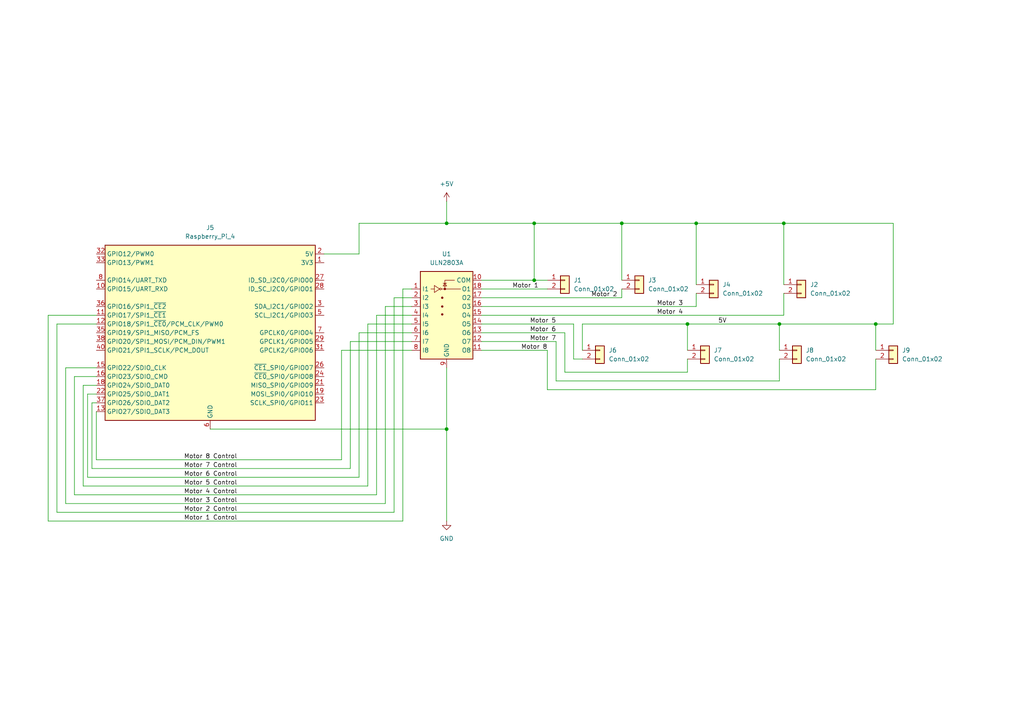
<source format=kicad_sch>
(kicad_sch
	(version 20250114)
	(generator "eeschema")
	(generator_version "9.0")
	(uuid "7c26a6d4-f2df-4645-8784-2acbb85355a5")
	(paper "A4")
	(lib_symbols
		(symbol "Connector:Raspberry_Pi_4"
			(exclude_from_sim no)
			(in_bom yes)
			(on_board yes)
			(property "Reference" "J"
				(at -17.526 48.768 0)
				(effects
					(font
						(size 1.27 1.27)
					)
					(justify left bottom)
				)
			)
			(property "Value" "Raspberry_Pi_4"
				(at 15.748 -26.416 0)
				(effects
					(font
						(size 1.27 1.27)
					)
					(justify left top)
				)
			)
			(property "Footprint" ""
				(at 70.104 -47.498 0)
				(effects
					(font
						(size 1.27 1.27)
					)
					(justify left)
					(hide yes)
				)
			)
			(property "Datasheet" "https://datasheets.raspberrypi.com/rpi4/raspberry-pi-4-datasheet.pdf"
				(at 15.748 -32.258 0)
				(effects
					(font
						(size 1.27 1.27)
					)
					(justify left)
					(hide yes)
				)
			)
			(property "Description" "Raspberry Pi 4 Model B"
				(at 15.748 -29.718 0)
				(effects
					(font
						(size 1.27 1.27)
					)
					(justify left)
					(hide yes)
				)
			)
			(property "ki_keywords" "SBC RPi"
				(at 0 0 0)
				(effects
					(font
						(size 1.27 1.27)
					)
					(hide yes)
				)
			)
			(property "ki_fp_filters" "PinHeader*2x20*P2.54mm*Vertical* PinSocket*2x20*P2.54mm*Vertical*"
				(at 0 0 0)
				(effects
					(font
						(size 1.27 1.27)
					)
					(hide yes)
				)
			)
			(symbol "Raspberry_Pi_4_0_1"
				(rectangle
					(start -30.48 25.4)
					(end 30.48 -25.4)
					(stroke
						(width 0.254)
						(type default)
					)
					(fill
						(type background)
					)
				)
			)
			(symbol "Raspberry_Pi_4_1_1"
				(pin bidirectional line
					(at -33.02 22.86 0)
					(length 2.54)
					(name "GPIO12/PWM0"
						(effects
							(font
								(size 1.27 1.27)
							)
						)
					)
					(number "32"
						(effects
							(font
								(size 1.27 1.27)
							)
						)
					)
				)
				(pin bidirectional line
					(at -33.02 20.32 0)
					(length 2.54)
					(name "GPIO13/PWM1"
						(effects
							(font
								(size 1.27 1.27)
							)
						)
					)
					(number "33"
						(effects
							(font
								(size 1.27 1.27)
							)
						)
					)
				)
				(pin bidirectional line
					(at -33.02 15.24 0)
					(length 2.54)
					(name "GPIO14/UART_TXD"
						(effects
							(font
								(size 1.27 1.27)
							)
						)
					)
					(number "8"
						(effects
							(font
								(size 1.27 1.27)
							)
						)
					)
				)
				(pin bidirectional line
					(at -33.02 12.7 0)
					(length 2.54)
					(name "GPIO15/UART_RXD"
						(effects
							(font
								(size 1.27 1.27)
							)
						)
					)
					(number "10"
						(effects
							(font
								(size 1.27 1.27)
							)
						)
					)
				)
				(pin bidirectional line
					(at -33.02 7.62 0)
					(length 2.54)
					(name "GPIO16/SPI1_~{CE2}"
						(effects
							(font
								(size 1.27 1.27)
							)
						)
					)
					(number "36"
						(effects
							(font
								(size 1.27 1.27)
							)
						)
					)
				)
				(pin bidirectional line
					(at -33.02 5.08 0)
					(length 2.54)
					(name "GPIO17/SPI1_~{CE1}"
						(effects
							(font
								(size 1.27 1.27)
							)
						)
					)
					(number "11"
						(effects
							(font
								(size 1.27 1.27)
							)
						)
					)
				)
				(pin bidirectional line
					(at -33.02 2.54 0)
					(length 2.54)
					(name "GPIO18/SPI1_~{CE0}/PCM_CLK/PWM0"
						(effects
							(font
								(size 1.27 1.27)
							)
						)
					)
					(number "12"
						(effects
							(font
								(size 1.27 1.27)
							)
						)
					)
				)
				(pin bidirectional line
					(at -33.02 0 0)
					(length 2.54)
					(name "GPIO19/SPI1_MISO/PCM_FS"
						(effects
							(font
								(size 1.27 1.27)
							)
						)
					)
					(number "35"
						(effects
							(font
								(size 1.27 1.27)
							)
						)
					)
				)
				(pin bidirectional line
					(at -33.02 -2.54 0)
					(length 2.54)
					(name "GPIO20/SPI1_MOSI/PCM_DIN/PWM1"
						(effects
							(font
								(size 1.27 1.27)
							)
						)
					)
					(number "38"
						(effects
							(font
								(size 1.27 1.27)
							)
						)
					)
				)
				(pin bidirectional line
					(at -33.02 -5.08 0)
					(length 2.54)
					(name "GPIO21/SPI1_SCLK/PCM_DOUT"
						(effects
							(font
								(size 1.27 1.27)
							)
						)
					)
					(number "40"
						(effects
							(font
								(size 1.27 1.27)
							)
						)
					)
				)
				(pin bidirectional line
					(at -33.02 -10.16 0)
					(length 2.54)
					(name "GPIO22/SDIO_CLK"
						(effects
							(font
								(size 1.27 1.27)
							)
						)
					)
					(number "15"
						(effects
							(font
								(size 1.27 1.27)
							)
						)
					)
				)
				(pin bidirectional line
					(at -33.02 -12.7 0)
					(length 2.54)
					(name "GPIO23/SDIO_CMD"
						(effects
							(font
								(size 1.27 1.27)
							)
						)
					)
					(number "16"
						(effects
							(font
								(size 1.27 1.27)
							)
						)
					)
				)
				(pin bidirectional line
					(at -33.02 -15.24 0)
					(length 2.54)
					(name "GPIO24/SDIO_DAT0"
						(effects
							(font
								(size 1.27 1.27)
							)
						)
					)
					(number "18"
						(effects
							(font
								(size 1.27 1.27)
							)
						)
					)
				)
				(pin bidirectional line
					(at -33.02 -17.78 0)
					(length 2.54)
					(name "GPIO25/SDIO_DAT1"
						(effects
							(font
								(size 1.27 1.27)
							)
						)
					)
					(number "22"
						(effects
							(font
								(size 1.27 1.27)
							)
						)
					)
				)
				(pin bidirectional line
					(at -33.02 -20.32 0)
					(length 2.54)
					(name "GPIO26/SDIO_DAT2"
						(effects
							(font
								(size 1.27 1.27)
							)
						)
					)
					(number "37"
						(effects
							(font
								(size 1.27 1.27)
							)
						)
					)
				)
				(pin bidirectional line
					(at -33.02 -22.86 0)
					(length 2.54)
					(name "GPIO27/SDIO_DAT3"
						(effects
							(font
								(size 1.27 1.27)
							)
						)
					)
					(number "13"
						(effects
							(font
								(size 1.27 1.27)
							)
						)
					)
				)
				(pin passive line
					(at 0 -27.94 90)
					(length 2.54)
					(hide yes)
					(name "GND"
						(effects
							(font
								(size 1.27 1.27)
							)
						)
					)
					(number "14"
						(effects
							(font
								(size 1.27 1.27)
							)
						)
					)
				)
				(pin passive line
					(at 0 -27.94 90)
					(length 2.54)
					(hide yes)
					(name "GND"
						(effects
							(font
								(size 1.27 1.27)
							)
						)
					)
					(number "20"
						(effects
							(font
								(size 1.27 1.27)
							)
						)
					)
				)
				(pin passive line
					(at 0 -27.94 90)
					(length 2.54)
					(hide yes)
					(name "GND"
						(effects
							(font
								(size 1.27 1.27)
							)
						)
					)
					(number "25"
						(effects
							(font
								(size 1.27 1.27)
							)
						)
					)
				)
				(pin passive line
					(at 0 -27.94 90)
					(length 2.54)
					(hide yes)
					(name "GND"
						(effects
							(font
								(size 1.27 1.27)
							)
						)
					)
					(number "30"
						(effects
							(font
								(size 1.27 1.27)
							)
						)
					)
				)
				(pin passive line
					(at 0 -27.94 90)
					(length 2.54)
					(hide yes)
					(name "GND"
						(effects
							(font
								(size 1.27 1.27)
							)
						)
					)
					(number "34"
						(effects
							(font
								(size 1.27 1.27)
							)
						)
					)
				)
				(pin passive line
					(at 0 -27.94 90)
					(length 2.54)
					(hide yes)
					(name "GND"
						(effects
							(font
								(size 1.27 1.27)
							)
						)
					)
					(number "39"
						(effects
							(font
								(size 1.27 1.27)
							)
						)
					)
				)
				(pin power_out line
					(at 0 -27.94 90)
					(length 2.54)
					(name "GND"
						(effects
							(font
								(size 1.27 1.27)
							)
						)
					)
					(number "6"
						(effects
							(font
								(size 1.27 1.27)
							)
						)
					)
				)
				(pin passive line
					(at 0 -27.94 90)
					(length 2.54)
					(hide yes)
					(name "GND"
						(effects
							(font
								(size 1.27 1.27)
							)
						)
					)
					(number "9"
						(effects
							(font
								(size 1.27 1.27)
							)
						)
					)
				)
				(pin power_out line
					(at 33.02 22.86 180)
					(length 2.54)
					(name "5V"
						(effects
							(font
								(size 1.27 1.27)
							)
						)
					)
					(number "2"
						(effects
							(font
								(size 1.27 1.27)
							)
						)
					)
				)
				(pin passive line
					(at 33.02 22.86 180)
					(length 2.54)
					(hide yes)
					(name "5V"
						(effects
							(font
								(size 1.27 1.27)
							)
						)
					)
					(number "4"
						(effects
							(font
								(size 1.27 1.27)
							)
						)
					)
				)
				(pin power_out line
					(at 33.02 20.32 180)
					(length 2.54)
					(name "3V3"
						(effects
							(font
								(size 1.27 1.27)
							)
						)
					)
					(number "1"
						(effects
							(font
								(size 1.27 1.27)
							)
						)
					)
				)
				(pin passive line
					(at 33.02 20.32 180)
					(length 2.54)
					(hide yes)
					(name "3V3"
						(effects
							(font
								(size 1.27 1.27)
							)
						)
					)
					(number "17"
						(effects
							(font
								(size 1.27 1.27)
							)
						)
					)
				)
				(pin bidirectional line
					(at 33.02 15.24 180)
					(length 2.54)
					(name "ID_SD_I2C0/GPIO00"
						(effects
							(font
								(size 1.27 1.27)
							)
						)
					)
					(number "27"
						(effects
							(font
								(size 1.27 1.27)
							)
						)
					)
				)
				(pin bidirectional line
					(at 33.02 12.7 180)
					(length 2.54)
					(name "ID_SC_I2C0/GPIO01"
						(effects
							(font
								(size 1.27 1.27)
							)
						)
					)
					(number "28"
						(effects
							(font
								(size 1.27 1.27)
							)
						)
					)
				)
				(pin bidirectional line
					(at 33.02 7.62 180)
					(length 2.54)
					(name "SDA_I2C1/GPIO02"
						(effects
							(font
								(size 1.27 1.27)
							)
						)
					)
					(number "3"
						(effects
							(font
								(size 1.27 1.27)
							)
						)
					)
				)
				(pin bidirectional line
					(at 33.02 5.08 180)
					(length 2.54)
					(name "SCL_I2C1/GPIO03"
						(effects
							(font
								(size 1.27 1.27)
							)
						)
					)
					(number "5"
						(effects
							(font
								(size 1.27 1.27)
							)
						)
					)
				)
				(pin bidirectional line
					(at 33.02 0 180)
					(length 2.54)
					(name "GPCLK0/GPIO04"
						(effects
							(font
								(size 1.27 1.27)
							)
						)
					)
					(number "7"
						(effects
							(font
								(size 1.27 1.27)
							)
						)
					)
				)
				(pin bidirectional line
					(at 33.02 -2.54 180)
					(length 2.54)
					(name "GPCLK1/GPIO05"
						(effects
							(font
								(size 1.27 1.27)
							)
						)
					)
					(number "29"
						(effects
							(font
								(size 1.27 1.27)
							)
						)
					)
				)
				(pin bidirectional line
					(at 33.02 -5.08 180)
					(length 2.54)
					(name "GPCLK2/GPIO06"
						(effects
							(font
								(size 1.27 1.27)
							)
						)
					)
					(number "31"
						(effects
							(font
								(size 1.27 1.27)
							)
						)
					)
				)
				(pin bidirectional line
					(at 33.02 -10.16 180)
					(length 2.54)
					(name "~{CE1}_SPI0/GPIO07"
						(effects
							(font
								(size 1.27 1.27)
							)
						)
					)
					(number "26"
						(effects
							(font
								(size 1.27 1.27)
							)
						)
					)
				)
				(pin bidirectional line
					(at 33.02 -12.7 180)
					(length 2.54)
					(name "~{CE0}_SPI0/GPIO08"
						(effects
							(font
								(size 1.27 1.27)
							)
						)
					)
					(number "24"
						(effects
							(font
								(size 1.27 1.27)
							)
						)
					)
				)
				(pin bidirectional line
					(at 33.02 -15.24 180)
					(length 2.54)
					(name "MISO_SPI0/GPIO09"
						(effects
							(font
								(size 1.27 1.27)
							)
						)
					)
					(number "21"
						(effects
							(font
								(size 1.27 1.27)
							)
						)
					)
				)
				(pin bidirectional line
					(at 33.02 -17.78 180)
					(length 2.54)
					(name "MOSI_SPI0/GPIO10"
						(effects
							(font
								(size 1.27 1.27)
							)
						)
					)
					(number "19"
						(effects
							(font
								(size 1.27 1.27)
							)
						)
					)
				)
				(pin bidirectional line
					(at 33.02 -20.32 180)
					(length 2.54)
					(name "SCLK_SPI0/GPIO11"
						(effects
							(font
								(size 1.27 1.27)
							)
						)
					)
					(number "23"
						(effects
							(font
								(size 1.27 1.27)
							)
						)
					)
				)
			)
			(embedded_fonts no)
		)
		(symbol "Connector_Generic:Conn_01x02"
			(pin_names
				(offset 1.016)
				(hide yes)
			)
			(exclude_from_sim no)
			(in_bom yes)
			(on_board yes)
			(property "Reference" "J"
				(at 0 2.54 0)
				(effects
					(font
						(size 1.27 1.27)
					)
				)
			)
			(property "Value" "Conn_01x02"
				(at 0 -5.08 0)
				(effects
					(font
						(size 1.27 1.27)
					)
				)
			)
			(property "Footprint" ""
				(at 0 0 0)
				(effects
					(font
						(size 1.27 1.27)
					)
					(hide yes)
				)
			)
			(property "Datasheet" "~"
				(at 0 0 0)
				(effects
					(font
						(size 1.27 1.27)
					)
					(hide yes)
				)
			)
			(property "Description" "Generic connector, single row, 01x02, script generated (kicad-library-utils/schlib/autogen/connector/)"
				(at 0 0 0)
				(effects
					(font
						(size 1.27 1.27)
					)
					(hide yes)
				)
			)
			(property "ki_keywords" "connector"
				(at 0 0 0)
				(effects
					(font
						(size 1.27 1.27)
					)
					(hide yes)
				)
			)
			(property "ki_fp_filters" "Connector*:*_1x??_*"
				(at 0 0 0)
				(effects
					(font
						(size 1.27 1.27)
					)
					(hide yes)
				)
			)
			(symbol "Conn_01x02_1_1"
				(rectangle
					(start -1.27 1.27)
					(end 1.27 -3.81)
					(stroke
						(width 0.254)
						(type default)
					)
					(fill
						(type background)
					)
				)
				(rectangle
					(start -1.27 0.127)
					(end 0 -0.127)
					(stroke
						(width 0.1524)
						(type default)
					)
					(fill
						(type none)
					)
				)
				(rectangle
					(start -1.27 -2.413)
					(end 0 -2.667)
					(stroke
						(width 0.1524)
						(type default)
					)
					(fill
						(type none)
					)
				)
				(pin passive line
					(at -5.08 0 0)
					(length 3.81)
					(name "Pin_1"
						(effects
							(font
								(size 1.27 1.27)
							)
						)
					)
					(number "1"
						(effects
							(font
								(size 1.27 1.27)
							)
						)
					)
				)
				(pin passive line
					(at -5.08 -2.54 0)
					(length 3.81)
					(name "Pin_2"
						(effects
							(font
								(size 1.27 1.27)
							)
						)
					)
					(number "2"
						(effects
							(font
								(size 1.27 1.27)
							)
						)
					)
				)
			)
			(embedded_fonts no)
		)
		(symbol "Transistor_Array:ULN2803A"
			(exclude_from_sim no)
			(in_bom yes)
			(on_board yes)
			(property "Reference" "U"
				(at 0 13.335 0)
				(effects
					(font
						(size 1.27 1.27)
					)
				)
			)
			(property "Value" "ULN2803A"
				(at 0 11.43 0)
				(effects
					(font
						(size 1.27 1.27)
					)
				)
			)
			(property "Footprint" ""
				(at 1.27 -16.51 0)
				(effects
					(font
						(size 1.27 1.27)
					)
					(justify left)
					(hide yes)
				)
			)
			(property "Datasheet" "http://www.ti.com/lit/ds/symlink/uln2803a.pdf"
				(at 2.54 -5.08 0)
				(effects
					(font
						(size 1.27 1.27)
					)
					(hide yes)
				)
			)
			(property "Description" "Darlington Transistor Arrays, SOIC18/DIP18"
				(at 0 0 0)
				(effects
					(font
						(size 1.27 1.27)
					)
					(hide yes)
				)
			)
			(property "ki_keywords" "Darlington transistor array"
				(at 0 0 0)
				(effects
					(font
						(size 1.27 1.27)
					)
					(hide yes)
				)
			)
			(property "ki_fp_filters" "DIP*W7.62mm* SOIC*7.5x11.6mm*P1.27mm*"
				(at 0 0 0)
				(effects
					(font
						(size 1.27 1.27)
					)
					(hide yes)
				)
			)
			(symbol "ULN2803A_0_1"
				(rectangle
					(start -7.62 -15.24)
					(end 7.62 10.16)
					(stroke
						(width 0.254)
						(type default)
					)
					(fill
						(type background)
					)
				)
				(polyline
					(pts
						(xy -4.572 5.08) (xy -3.556 5.08)
					)
					(stroke
						(width 0)
						(type default)
					)
					(fill
						(type none)
					)
				)
				(polyline
					(pts
						(xy -3.556 6.096) (xy -3.556 4.064) (xy -2.032 5.08) (xy -3.556 6.096)
					)
					(stroke
						(width 0)
						(type default)
					)
					(fill
						(type none)
					)
				)
				(circle
					(center -1.778 5.08)
					(radius 0.254)
					(stroke
						(width 0)
						(type default)
					)
					(fill
						(type none)
					)
				)
				(polyline
					(pts
						(xy -1.524 5.08) (xy 4.064 5.08)
					)
					(stroke
						(width 0)
						(type default)
					)
					(fill
						(type none)
					)
				)
				(circle
					(center -1.27 2.54)
					(radius 0.254)
					(stroke
						(width 0)
						(type default)
					)
					(fill
						(type outline)
					)
				)
				(circle
					(center -1.27 0)
					(radius 0.254)
					(stroke
						(width 0)
						(type default)
					)
					(fill
						(type outline)
					)
				)
				(circle
					(center -1.27 -2.286)
					(radius 0.254)
					(stroke
						(width 0)
						(type default)
					)
					(fill
						(type outline)
					)
				)
				(circle
					(center -0.508 5.08)
					(radius 0.254)
					(stroke
						(width 0)
						(type default)
					)
					(fill
						(type outline)
					)
				)
				(polyline
					(pts
						(xy -0.508 5.08) (xy -0.508 7.62) (xy 2.286 7.62)
					)
					(stroke
						(width 0)
						(type default)
					)
					(fill
						(type none)
					)
				)
				(polyline
					(pts
						(xy 0 6.731) (xy -1.016 6.731)
					)
					(stroke
						(width 0)
						(type default)
					)
					(fill
						(type none)
					)
				)
				(polyline
					(pts
						(xy 0 5.969) (xy -1.016 5.969) (xy -0.508 6.731) (xy 0 5.969)
					)
					(stroke
						(width 0)
						(type default)
					)
					(fill
						(type none)
					)
				)
			)
			(symbol "ULN2803A_1_1"
				(pin input line
					(at -10.16 5.08 0)
					(length 2.54)
					(name "I1"
						(effects
							(font
								(size 1.27 1.27)
							)
						)
					)
					(number "1"
						(effects
							(font
								(size 1.27 1.27)
							)
						)
					)
				)
				(pin input line
					(at -10.16 2.54 0)
					(length 2.54)
					(name "I2"
						(effects
							(font
								(size 1.27 1.27)
							)
						)
					)
					(number "2"
						(effects
							(font
								(size 1.27 1.27)
							)
						)
					)
				)
				(pin input line
					(at -10.16 0 0)
					(length 2.54)
					(name "I3"
						(effects
							(font
								(size 1.27 1.27)
							)
						)
					)
					(number "3"
						(effects
							(font
								(size 1.27 1.27)
							)
						)
					)
				)
				(pin input line
					(at -10.16 -2.54 0)
					(length 2.54)
					(name "I4"
						(effects
							(font
								(size 1.27 1.27)
							)
						)
					)
					(number "4"
						(effects
							(font
								(size 1.27 1.27)
							)
						)
					)
				)
				(pin input line
					(at -10.16 -5.08 0)
					(length 2.54)
					(name "I5"
						(effects
							(font
								(size 1.27 1.27)
							)
						)
					)
					(number "5"
						(effects
							(font
								(size 1.27 1.27)
							)
						)
					)
				)
				(pin input line
					(at -10.16 -7.62 0)
					(length 2.54)
					(name "I6"
						(effects
							(font
								(size 1.27 1.27)
							)
						)
					)
					(number "6"
						(effects
							(font
								(size 1.27 1.27)
							)
						)
					)
				)
				(pin input line
					(at -10.16 -10.16 0)
					(length 2.54)
					(name "I7"
						(effects
							(font
								(size 1.27 1.27)
							)
						)
					)
					(number "7"
						(effects
							(font
								(size 1.27 1.27)
							)
						)
					)
				)
				(pin input line
					(at -10.16 -12.7 0)
					(length 2.54)
					(name "I8"
						(effects
							(font
								(size 1.27 1.27)
							)
						)
					)
					(number "8"
						(effects
							(font
								(size 1.27 1.27)
							)
						)
					)
				)
				(pin power_in line
					(at 0 -17.78 90)
					(length 2.54)
					(name "GND"
						(effects
							(font
								(size 1.27 1.27)
							)
						)
					)
					(number "9"
						(effects
							(font
								(size 1.27 1.27)
							)
						)
					)
				)
				(pin passive line
					(at 10.16 7.62 180)
					(length 2.54)
					(name "COM"
						(effects
							(font
								(size 1.27 1.27)
							)
						)
					)
					(number "10"
						(effects
							(font
								(size 1.27 1.27)
							)
						)
					)
				)
				(pin open_collector line
					(at 10.16 5.08 180)
					(length 2.54)
					(name "O1"
						(effects
							(font
								(size 1.27 1.27)
							)
						)
					)
					(number "18"
						(effects
							(font
								(size 1.27 1.27)
							)
						)
					)
				)
				(pin open_collector line
					(at 10.16 2.54 180)
					(length 2.54)
					(name "O2"
						(effects
							(font
								(size 1.27 1.27)
							)
						)
					)
					(number "17"
						(effects
							(font
								(size 1.27 1.27)
							)
						)
					)
				)
				(pin open_collector line
					(at 10.16 0 180)
					(length 2.54)
					(name "O3"
						(effects
							(font
								(size 1.27 1.27)
							)
						)
					)
					(number "16"
						(effects
							(font
								(size 1.27 1.27)
							)
						)
					)
				)
				(pin open_collector line
					(at 10.16 -2.54 180)
					(length 2.54)
					(name "O4"
						(effects
							(font
								(size 1.27 1.27)
							)
						)
					)
					(number "15"
						(effects
							(font
								(size 1.27 1.27)
							)
						)
					)
				)
				(pin open_collector line
					(at 10.16 -5.08 180)
					(length 2.54)
					(name "O5"
						(effects
							(font
								(size 1.27 1.27)
							)
						)
					)
					(number "14"
						(effects
							(font
								(size 1.27 1.27)
							)
						)
					)
				)
				(pin open_collector line
					(at 10.16 -7.62 180)
					(length 2.54)
					(name "O6"
						(effects
							(font
								(size 1.27 1.27)
							)
						)
					)
					(number "13"
						(effects
							(font
								(size 1.27 1.27)
							)
						)
					)
				)
				(pin open_collector line
					(at 10.16 -10.16 180)
					(length 2.54)
					(name "O7"
						(effects
							(font
								(size 1.27 1.27)
							)
						)
					)
					(number "12"
						(effects
							(font
								(size 1.27 1.27)
							)
						)
					)
				)
				(pin open_collector line
					(at 10.16 -12.7 180)
					(length 2.54)
					(name "O8"
						(effects
							(font
								(size 1.27 1.27)
							)
						)
					)
					(number "11"
						(effects
							(font
								(size 1.27 1.27)
							)
						)
					)
				)
			)
			(embedded_fonts no)
		)
		(symbol "power:+5V"
			(power)
			(pin_numbers
				(hide yes)
			)
			(pin_names
				(offset 0)
				(hide yes)
			)
			(exclude_from_sim no)
			(in_bom yes)
			(on_board yes)
			(property "Reference" "#PWR"
				(at 0 -3.81 0)
				(effects
					(font
						(size 1.27 1.27)
					)
					(hide yes)
				)
			)
			(property "Value" "+5V"
				(at 0 3.556 0)
				(effects
					(font
						(size 1.27 1.27)
					)
				)
			)
			(property "Footprint" ""
				(at 0 0 0)
				(effects
					(font
						(size 1.27 1.27)
					)
					(hide yes)
				)
			)
			(property "Datasheet" ""
				(at 0 0 0)
				(effects
					(font
						(size 1.27 1.27)
					)
					(hide yes)
				)
			)
			(property "Description" "Power symbol creates a global label with name \"+5V\""
				(at 0 0 0)
				(effects
					(font
						(size 1.27 1.27)
					)
					(hide yes)
				)
			)
			(property "ki_keywords" "global power"
				(at 0 0 0)
				(effects
					(font
						(size 1.27 1.27)
					)
					(hide yes)
				)
			)
			(symbol "+5V_0_1"
				(polyline
					(pts
						(xy -0.762 1.27) (xy 0 2.54)
					)
					(stroke
						(width 0)
						(type default)
					)
					(fill
						(type none)
					)
				)
				(polyline
					(pts
						(xy 0 2.54) (xy 0.762 1.27)
					)
					(stroke
						(width 0)
						(type default)
					)
					(fill
						(type none)
					)
				)
				(polyline
					(pts
						(xy 0 0) (xy 0 2.54)
					)
					(stroke
						(width 0)
						(type default)
					)
					(fill
						(type none)
					)
				)
			)
			(symbol "+5V_1_1"
				(pin power_in line
					(at 0 0 90)
					(length 0)
					(name "~"
						(effects
							(font
								(size 1.27 1.27)
							)
						)
					)
					(number "1"
						(effects
							(font
								(size 1.27 1.27)
							)
						)
					)
				)
			)
			(embedded_fonts no)
		)
		(symbol "power:GND"
			(power)
			(pin_numbers
				(hide yes)
			)
			(pin_names
				(offset 0)
				(hide yes)
			)
			(exclude_from_sim no)
			(in_bom yes)
			(on_board yes)
			(property "Reference" "#PWR"
				(at 0 -6.35 0)
				(effects
					(font
						(size 1.27 1.27)
					)
					(hide yes)
				)
			)
			(property "Value" "GND"
				(at 0 -3.81 0)
				(effects
					(font
						(size 1.27 1.27)
					)
				)
			)
			(property "Footprint" ""
				(at 0 0 0)
				(effects
					(font
						(size 1.27 1.27)
					)
					(hide yes)
				)
			)
			(property "Datasheet" ""
				(at 0 0 0)
				(effects
					(font
						(size 1.27 1.27)
					)
					(hide yes)
				)
			)
			(property "Description" "Power symbol creates a global label with name \"GND\" , ground"
				(at 0 0 0)
				(effects
					(font
						(size 1.27 1.27)
					)
					(hide yes)
				)
			)
			(property "ki_keywords" "global power"
				(at 0 0 0)
				(effects
					(font
						(size 1.27 1.27)
					)
					(hide yes)
				)
			)
			(symbol "GND_0_1"
				(polyline
					(pts
						(xy 0 0) (xy 0 -1.27) (xy 1.27 -1.27) (xy 0 -2.54) (xy -1.27 -1.27) (xy 0 -1.27)
					)
					(stroke
						(width 0)
						(type default)
					)
					(fill
						(type none)
					)
				)
			)
			(symbol "GND_1_1"
				(pin power_in line
					(at 0 0 270)
					(length 0)
					(name "~"
						(effects
							(font
								(size 1.27 1.27)
							)
						)
					)
					(number "1"
						(effects
							(font
								(size 1.27 1.27)
							)
						)
					)
				)
			)
			(embedded_fonts no)
		)
	)
	(junction
		(at 254 93.98)
		(diameter 0)
		(color 0 0 0 0)
		(uuid "129712ec-3b78-4be2-8714-ada5dd368717")
	)
	(junction
		(at 226.06 93.98)
		(diameter 0)
		(color 0 0 0 0)
		(uuid "20d2dae4-320b-4739-aae4-2a4951bc8774")
	)
	(junction
		(at 227.33 64.77)
		(diameter 0)
		(color 0 0 0 0)
		(uuid "239f14d8-9554-4fd9-9d88-b1513c45c2dd")
	)
	(junction
		(at 199.39 93.98)
		(diameter 0)
		(color 0 0 0 0)
		(uuid "4248c93b-48d9-4cfd-afd6-0784521e5937")
	)
	(junction
		(at 180.34 64.77)
		(diameter 0)
		(color 0 0 0 0)
		(uuid "7ce7abc2-4863-48bb-a9d4-c4c15421c8ae")
	)
	(junction
		(at 129.54 124.46)
		(diameter 0)
		(color 0 0 0 0)
		(uuid "c0fd0738-c2d0-45b9-8638-ab22b9ff6814")
	)
	(junction
		(at 201.93 64.77)
		(diameter 0)
		(color 0 0 0 0)
		(uuid "d679e879-a3bb-4383-900f-49664306e2b3")
	)
	(junction
		(at 154.94 64.77)
		(diameter 0)
		(color 0 0 0 0)
		(uuid "d7fb3f7a-dc96-4458-ab17-332ab2f7736e")
	)
	(junction
		(at 154.94 81.28)
		(diameter 0)
		(color 0 0 0 0)
		(uuid "dc3bb2fa-39c7-451e-b33f-61a2db22cdb0")
	)
	(junction
		(at 129.54 64.77)
		(diameter 0)
		(color 0 0 0 0)
		(uuid "f807eb40-dfd2-44a0-8e18-7f3e3801bb87")
	)
	(wire
		(pts
			(xy 13.97 151.13) (xy 116.84 151.13)
		)
		(stroke
			(width 0)
			(type default)
		)
		(uuid "00e8fa70-2187-475e-ac89-89091d1d6e4d")
	)
	(wire
		(pts
			(xy 166.37 104.14) (xy 168.91 104.14)
		)
		(stroke
			(width 0)
			(type default)
		)
		(uuid "0200ab8f-3fb4-417e-8360-e0fb810521b2")
	)
	(wire
		(pts
			(xy 139.7 91.44) (xy 227.33 91.44)
		)
		(stroke
			(width 0)
			(type default)
		)
		(uuid "034688f5-1b5b-4c1b-8acc-02802ef92519")
	)
	(wire
		(pts
			(xy 116.84 83.82) (xy 119.38 83.82)
		)
		(stroke
			(width 0)
			(type default)
		)
		(uuid "037d93e4-0a89-4bb2-bbda-2f92d8a41a6a")
	)
	(wire
		(pts
			(xy 166.37 93.98) (xy 166.37 104.14)
		)
		(stroke
			(width 0)
			(type default)
		)
		(uuid "069809a0-b2d5-4e9e-951a-b47ff02a9569")
	)
	(wire
		(pts
			(xy 259.08 93.98) (xy 254 93.98)
		)
		(stroke
			(width 0)
			(type default)
		)
		(uuid "0e176e43-d8ab-48e8-848f-3f580ca06f00")
	)
	(wire
		(pts
			(xy 13.97 91.44) (xy 13.97 151.13)
		)
		(stroke
			(width 0)
			(type default)
		)
		(uuid "1031a8a7-e69b-4cec-b834-65618af52e52")
	)
	(wire
		(pts
			(xy 201.93 88.9) (xy 139.7 88.9)
		)
		(stroke
			(width 0)
			(type default)
		)
		(uuid "122511d6-70f8-4a4e-999e-45a2d7308b78")
	)
	(wire
		(pts
			(xy 254 93.98) (xy 226.06 93.98)
		)
		(stroke
			(width 0)
			(type default)
		)
		(uuid "17bcce19-75e5-4273-8452-9614ad3f073c")
	)
	(wire
		(pts
			(xy 154.94 64.77) (xy 154.94 81.28)
		)
		(stroke
			(width 0)
			(type default)
		)
		(uuid "18a7c78c-047a-4200-bc17-622b1b8eaeda")
	)
	(wire
		(pts
			(xy 226.06 93.98) (xy 226.06 101.6)
		)
		(stroke
			(width 0)
			(type default)
		)
		(uuid "1937391a-d86a-47ba-83da-036d98af688a")
	)
	(wire
		(pts
			(xy 180.34 64.77) (xy 201.93 64.77)
		)
		(stroke
			(width 0)
			(type default)
		)
		(uuid "19549363-12fa-4211-8ab4-e9f60a210b02")
	)
	(wire
		(pts
			(xy 199.39 93.98) (xy 168.91 93.98)
		)
		(stroke
			(width 0)
			(type default)
		)
		(uuid "1f68c5c3-5c8d-4f01-b1de-ea9b9599e8e7")
	)
	(wire
		(pts
			(xy 16.51 148.59) (xy 114.3 148.59)
		)
		(stroke
			(width 0)
			(type default)
		)
		(uuid "2126a8b9-45aa-4ea2-a4b9-1f61f264f6ac")
	)
	(wire
		(pts
			(xy 129.54 64.77) (xy 154.94 64.77)
		)
		(stroke
			(width 0)
			(type default)
		)
		(uuid "22ccd247-df9f-4bcc-b98a-ad7c916f5b91")
	)
	(wire
		(pts
			(xy 180.34 64.77) (xy 180.34 81.28)
		)
		(stroke
			(width 0)
			(type default)
		)
		(uuid "2694db56-627a-45fd-b1bb-202a34110735")
	)
	(wire
		(pts
			(xy 106.68 140.97) (xy 106.68 93.98)
		)
		(stroke
			(width 0)
			(type default)
		)
		(uuid "27bfb866-f3f6-414b-b08f-2dab95b8385f")
	)
	(wire
		(pts
			(xy 116.84 151.13) (xy 116.84 83.82)
		)
		(stroke
			(width 0)
			(type default)
		)
		(uuid "2907c707-7e09-40ec-a003-deb3ee8ec60b")
	)
	(wire
		(pts
			(xy 26.67 116.84) (xy 26.67 135.89)
		)
		(stroke
			(width 0)
			(type default)
		)
		(uuid "2989cb43-bce1-4d9c-99db-df20d2f5cc55")
	)
	(wire
		(pts
			(xy 139.7 86.36) (xy 180.34 86.36)
		)
		(stroke
			(width 0)
			(type default)
		)
		(uuid "2a87a91e-901d-4532-805f-82f1f0a84cb6")
	)
	(wire
		(pts
			(xy 201.93 64.77) (xy 227.33 64.77)
		)
		(stroke
			(width 0)
			(type default)
		)
		(uuid "2aa86a1c-6d75-4ca6-b53c-4d711d10690a")
	)
	(wire
		(pts
			(xy 27.94 91.44) (xy 13.97 91.44)
		)
		(stroke
			(width 0)
			(type default)
		)
		(uuid "2b761a76-7726-43bb-9b6a-a10aa86df757")
	)
	(wire
		(pts
			(xy 254 113.03) (xy 254 104.14)
		)
		(stroke
			(width 0)
			(type default)
		)
		(uuid "2c87c85a-e195-46a4-bae7-656cbabd34b7")
	)
	(wire
		(pts
			(xy 226.06 93.98) (xy 199.39 93.98)
		)
		(stroke
			(width 0)
			(type default)
		)
		(uuid "2f2b6a46-40f7-41f7-b89c-15a11e5a0917")
	)
	(wire
		(pts
			(xy 106.68 93.98) (xy 119.38 93.98)
		)
		(stroke
			(width 0)
			(type default)
		)
		(uuid "32c52a62-95aa-4b25-8877-7014a3053c98")
	)
	(wire
		(pts
			(xy 104.14 96.52) (xy 119.38 96.52)
		)
		(stroke
			(width 0)
			(type default)
		)
		(uuid "37360782-a2d0-434f-8da2-c107daac0e81")
	)
	(wire
		(pts
			(xy 27.94 116.84) (xy 26.67 116.84)
		)
		(stroke
			(width 0)
			(type default)
		)
		(uuid "3ac671e6-bf41-4c55-9b21-48e982dd25d6")
	)
	(wire
		(pts
			(xy 60.96 124.46) (xy 129.54 124.46)
		)
		(stroke
			(width 0)
			(type default)
		)
		(uuid "3fefd735-1b21-4b90-b86a-b24700e39f92")
	)
	(wire
		(pts
			(xy 111.76 88.9) (xy 119.38 88.9)
		)
		(stroke
			(width 0)
			(type default)
		)
		(uuid "4120a4e1-65a5-4bcb-945a-5ab5ff2a9d51")
	)
	(wire
		(pts
			(xy 201.93 85.09) (xy 201.93 88.9)
		)
		(stroke
			(width 0)
			(type default)
		)
		(uuid "43c2557e-1c9b-41af-8f2e-efc8205643ea")
	)
	(wire
		(pts
			(xy 259.08 64.77) (xy 259.08 93.98)
		)
		(stroke
			(width 0)
			(type default)
		)
		(uuid "45e62656-f77a-4e45-9849-9afb21ec3943")
	)
	(wire
		(pts
			(xy 139.7 83.82) (xy 158.75 83.82)
		)
		(stroke
			(width 0)
			(type default)
		)
		(uuid "47daedb0-cbc0-42ef-8df7-6618b941406d")
	)
	(wire
		(pts
			(xy 161.29 99.06) (xy 161.29 110.49)
		)
		(stroke
			(width 0)
			(type default)
		)
		(uuid "4d71dd98-b5c9-49b7-ae8f-34bc2c701510")
	)
	(wire
		(pts
			(xy 254 93.98) (xy 254 101.6)
		)
		(stroke
			(width 0)
			(type default)
		)
		(uuid "535bc9a5-4303-4a66-a4f1-e1b4d597bd04")
	)
	(wire
		(pts
			(xy 104.14 138.43) (xy 104.14 96.52)
		)
		(stroke
			(width 0)
			(type default)
		)
		(uuid "581bc9f6-ca82-44b8-8d53-12fe146e52b0")
	)
	(wire
		(pts
			(xy 24.13 140.97) (xy 106.68 140.97)
		)
		(stroke
			(width 0)
			(type default)
		)
		(uuid "59102a6b-3a95-4fab-8304-d9d187ae9c85")
	)
	(wire
		(pts
			(xy 99.06 101.6) (xy 119.38 101.6)
		)
		(stroke
			(width 0)
			(type default)
		)
		(uuid "5a8fed00-88b5-46e2-b655-e9314e0dc2ba")
	)
	(wire
		(pts
			(xy 27.94 119.38) (xy 27.94 133.35)
		)
		(stroke
			(width 0)
			(type default)
		)
		(uuid "5eacb362-919d-450c-9fd0-2d8edd76b28e")
	)
	(wire
		(pts
			(xy 226.06 110.49) (xy 226.06 104.14)
		)
		(stroke
			(width 0)
			(type default)
		)
		(uuid "5ed4a211-36d0-4a64-a91a-97bfcf5e5ee4")
	)
	(wire
		(pts
			(xy 154.94 64.77) (xy 180.34 64.77)
		)
		(stroke
			(width 0)
			(type default)
		)
		(uuid "5f83452b-8ada-44c1-8793-f403ea63c212")
	)
	(wire
		(pts
			(xy 139.7 99.06) (xy 161.29 99.06)
		)
		(stroke
			(width 0)
			(type default)
		)
		(uuid "601b094b-9ff0-4d9b-81d5-6e92ea34d935")
	)
	(wire
		(pts
			(xy 16.51 93.98) (xy 16.51 148.59)
		)
		(stroke
			(width 0)
			(type default)
		)
		(uuid "674b3d93-9a4d-4bd7-b3c2-acca711484f2")
	)
	(wire
		(pts
			(xy 109.22 91.44) (xy 119.38 91.44)
		)
		(stroke
			(width 0)
			(type default)
		)
		(uuid "69b2e979-b09b-416d-9522-c0c10840b547")
	)
	(wire
		(pts
			(xy 163.83 107.95) (xy 199.39 107.95)
		)
		(stroke
			(width 0)
			(type default)
		)
		(uuid "6b252e2b-954a-4ee6-83b3-16495c478edf")
	)
	(wire
		(pts
			(xy 26.67 135.89) (xy 101.6 135.89)
		)
		(stroke
			(width 0)
			(type default)
		)
		(uuid "6eb0ca63-5931-452c-a5fc-24a39e0a8dcc")
	)
	(wire
		(pts
			(xy 27.94 93.98) (xy 16.51 93.98)
		)
		(stroke
			(width 0)
			(type default)
		)
		(uuid "6fef7ecc-bed9-4261-91bb-6dfbbdf46ecd")
	)
	(wire
		(pts
			(xy 24.13 111.76) (xy 24.13 140.97)
		)
		(stroke
			(width 0)
			(type default)
		)
		(uuid "77ccd510-8533-4bb5-9e0d-555746bc5f8c")
	)
	(wire
		(pts
			(xy 19.05 106.68) (xy 27.94 106.68)
		)
		(stroke
			(width 0)
			(type default)
		)
		(uuid "7a9991be-dfaa-4ef7-bc3c-30bbf07c31e1")
	)
	(wire
		(pts
			(xy 129.54 106.68) (xy 129.54 124.46)
		)
		(stroke
			(width 0)
			(type default)
		)
		(uuid "7bf0eb84-4603-49c6-a2d6-b3edfd3c16ee")
	)
	(wire
		(pts
			(xy 168.91 93.98) (xy 168.91 101.6)
		)
		(stroke
			(width 0)
			(type default)
		)
		(uuid "7e4caebf-214e-46e2-b3e4-131ef927690b")
	)
	(wire
		(pts
			(xy 27.94 109.22) (xy 21.59 109.22)
		)
		(stroke
			(width 0)
			(type default)
		)
		(uuid "8119d279-a04a-4616-a061-f252950aa525")
	)
	(wire
		(pts
			(xy 180.34 83.82) (xy 180.34 86.36)
		)
		(stroke
			(width 0)
			(type default)
		)
		(uuid "8389c16e-b459-45c4-90ce-e1e6baad2ce7")
	)
	(wire
		(pts
			(xy 139.7 96.52) (xy 163.83 96.52)
		)
		(stroke
			(width 0)
			(type default)
		)
		(uuid "891e647f-e4ba-4b60-8daf-bf0ec5a86e04")
	)
	(wire
		(pts
			(xy 227.33 64.77) (xy 259.08 64.77)
		)
		(stroke
			(width 0)
			(type default)
		)
		(uuid "8ce01793-919d-4fa3-a021-1ef3b3f7bf16")
	)
	(wire
		(pts
			(xy 19.05 146.05) (xy 111.76 146.05)
		)
		(stroke
			(width 0)
			(type default)
		)
		(uuid "8d6eede6-3ef1-4783-9da2-bb6da6dd1711")
	)
	(wire
		(pts
			(xy 161.29 110.49) (xy 226.06 110.49)
		)
		(stroke
			(width 0)
			(type default)
		)
		(uuid "8e0e6c90-0515-4d03-876b-3a2edab48645")
	)
	(wire
		(pts
			(xy 199.39 104.14) (xy 199.39 107.95)
		)
		(stroke
			(width 0)
			(type default)
		)
		(uuid "8ff5da96-b15f-43f6-bb71-9c456712c66d")
	)
	(wire
		(pts
			(xy 27.94 133.35) (xy 99.06 133.35)
		)
		(stroke
			(width 0)
			(type default)
		)
		(uuid "93e46c44-f45c-475b-aa4d-f450512fb37b")
	)
	(wire
		(pts
			(xy 158.75 101.6) (xy 158.75 113.03)
		)
		(stroke
			(width 0)
			(type default)
		)
		(uuid "95abd208-766d-4a36-8aaa-3ad23bef56c4")
	)
	(wire
		(pts
			(xy 101.6 135.89) (xy 101.6 99.06)
		)
		(stroke
			(width 0)
			(type default)
		)
		(uuid "95cc2174-c512-46be-9928-b804f3af51ec")
	)
	(wire
		(pts
			(xy 21.59 109.22) (xy 21.59 143.51)
		)
		(stroke
			(width 0)
			(type default)
		)
		(uuid "9c0addbe-30ab-4c80-939a-fc192a4c73e0")
	)
	(wire
		(pts
			(xy 227.33 64.77) (xy 227.33 82.55)
		)
		(stroke
			(width 0)
			(type default)
		)
		(uuid "9ffcee66-691f-454b-86bd-1f552cf7aae3")
	)
	(wire
		(pts
			(xy 104.14 73.66) (xy 104.14 64.77)
		)
		(stroke
			(width 0)
			(type default)
		)
		(uuid "a1b7f281-8d34-426c-aca8-e7d8c75bdaab")
	)
	(wire
		(pts
			(xy 19.05 106.68) (xy 19.05 146.05)
		)
		(stroke
			(width 0)
			(type default)
		)
		(uuid "a6409cb0-99a8-4e05-a910-52dac7c63f41")
	)
	(wire
		(pts
			(xy 109.22 143.51) (xy 109.22 91.44)
		)
		(stroke
			(width 0)
			(type default)
		)
		(uuid "a6764752-016c-44c5-a21e-1b9b649d3ada")
	)
	(wire
		(pts
			(xy 129.54 124.46) (xy 129.54 151.13)
		)
		(stroke
			(width 0)
			(type default)
		)
		(uuid "a68f3141-d84a-49fb-b95f-05703479e795")
	)
	(wire
		(pts
			(xy 114.3 86.36) (xy 119.38 86.36)
		)
		(stroke
			(width 0)
			(type default)
		)
		(uuid "ac29148c-adae-48e6-9d8e-f394964f61de")
	)
	(wire
		(pts
			(xy 139.7 101.6) (xy 158.75 101.6)
		)
		(stroke
			(width 0)
			(type default)
		)
		(uuid "ac5d05df-09fc-47b6-b591-838d27312641")
	)
	(wire
		(pts
			(xy 201.93 64.77) (xy 201.93 82.55)
		)
		(stroke
			(width 0)
			(type default)
		)
		(uuid "b612e181-5c71-4a91-825d-02c30526b563")
	)
	(wire
		(pts
			(xy 163.83 96.52) (xy 163.83 107.95)
		)
		(stroke
			(width 0)
			(type default)
		)
		(uuid "bcf7091d-877c-4da3-bade-c2f10307768e")
	)
	(wire
		(pts
			(xy 227.33 91.44) (xy 227.33 85.09)
		)
		(stroke
			(width 0)
			(type default)
		)
		(uuid "bdc604f7-5cae-475f-84e4-bc956dce972b")
	)
	(wire
		(pts
			(xy 111.76 146.05) (xy 111.76 88.9)
		)
		(stroke
			(width 0)
			(type default)
		)
		(uuid "bfad479a-9c54-451e-b390-bb7072403e7e")
	)
	(wire
		(pts
			(xy 104.14 64.77) (xy 129.54 64.77)
		)
		(stroke
			(width 0)
			(type default)
		)
		(uuid "c0c4bc5b-3e9c-44b6-a019-821f7e718e31")
	)
	(wire
		(pts
			(xy 139.7 93.98) (xy 166.37 93.98)
		)
		(stroke
			(width 0)
			(type default)
		)
		(uuid "c317cf6c-a077-49f0-9094-50c88a1ea9b9")
	)
	(wire
		(pts
			(xy 25.4 114.3) (xy 25.4 138.43)
		)
		(stroke
			(width 0)
			(type default)
		)
		(uuid "c4e8e265-efb5-497a-8b7c-a87de6092257")
	)
	(wire
		(pts
			(xy 199.39 93.98) (xy 199.39 101.6)
		)
		(stroke
			(width 0)
			(type default)
		)
		(uuid "cb5dc732-8fcc-4c79-9457-20b654ac0db1")
	)
	(wire
		(pts
			(xy 27.94 114.3) (xy 25.4 114.3)
		)
		(stroke
			(width 0)
			(type default)
		)
		(uuid "d4c25f64-9fe7-4771-a433-e6e9a8e46721")
	)
	(wire
		(pts
			(xy 139.7 81.28) (xy 154.94 81.28)
		)
		(stroke
			(width 0)
			(type default)
		)
		(uuid "d67d3f32-700c-49b3-89e4-d7e505f7eea7")
	)
	(wire
		(pts
			(xy 158.75 113.03) (xy 254 113.03)
		)
		(stroke
			(width 0)
			(type default)
		)
		(uuid "dabfbd59-eb88-42ec-a691-733e9256fdd3")
	)
	(wire
		(pts
			(xy 21.59 143.51) (xy 109.22 143.51)
		)
		(stroke
			(width 0)
			(type default)
		)
		(uuid "f009ef6c-c725-4146-9bc8-ac0b11cfacbc")
	)
	(wire
		(pts
			(xy 154.94 81.28) (xy 158.75 81.28)
		)
		(stroke
			(width 0)
			(type default)
		)
		(uuid "f3bdfc1c-a099-453b-bd89-e925a218ba85")
	)
	(wire
		(pts
			(xy 101.6 99.06) (xy 119.38 99.06)
		)
		(stroke
			(width 0)
			(type default)
		)
		(uuid "f7c051aa-66a2-480c-ab53-c7a5c1eb722d")
	)
	(wire
		(pts
			(xy 25.4 138.43) (xy 104.14 138.43)
		)
		(stroke
			(width 0)
			(type default)
		)
		(uuid "f7de9ecd-f15d-4d1f-9d2c-0533b64227ce")
	)
	(wire
		(pts
			(xy 93.98 73.66) (xy 104.14 73.66)
		)
		(stroke
			(width 0)
			(type default)
		)
		(uuid "f812328b-15ae-4a0c-9f80-f9dccbada20b")
	)
	(wire
		(pts
			(xy 129.54 58.42) (xy 129.54 64.77)
		)
		(stroke
			(width 0)
			(type default)
		)
		(uuid "fb9a3fe5-3d58-4447-9291-a303bd6a9601")
	)
	(wire
		(pts
			(xy 114.3 148.59) (xy 114.3 86.36)
		)
		(stroke
			(width 0)
			(type default)
		)
		(uuid "fc01754a-3070-4770-b217-ed99ae7eb7f6")
	)
	(wire
		(pts
			(xy 27.94 111.76) (xy 24.13 111.76)
		)
		(stroke
			(width 0)
			(type default)
		)
		(uuid "fdef44f8-65fe-4aae-af42-d80321139650")
	)
	(wire
		(pts
			(xy 99.06 133.35) (xy 99.06 101.6)
		)
		(stroke
			(width 0)
			(type default)
		)
		(uuid "ff52be97-27f7-4f2d-8518-bb2edf0deab2")
	)
	(label "Motor 5 Control"
		(at 53.34 140.97 0)
		(effects
			(font
				(size 1.27 1.27)
			)
			(justify left bottom)
		)
		(uuid "054360a7-6c7c-4b2b-888d-33432bd220e8")
	)
	(label "Motor 4 Control"
		(at 53.34 143.51 0)
		(effects
			(font
				(size 1.27 1.27)
			)
			(justify left bottom)
		)
		(uuid "06344c85-bc85-4a23-93ca-7dbe49668033")
	)
	(label "Motor 2 Control"
		(at 53.34 148.59 0)
		(effects
			(font
				(size 1.27 1.27)
			)
			(justify left bottom)
		)
		(uuid "09374d1b-a1ec-409f-beb1-3186cbf6deef")
	)
	(label "Motor 6 Control"
		(at 53.34 138.43 0)
		(effects
			(font
				(size 1.27 1.27)
			)
			(justify left bottom)
		)
		(uuid "19032e8c-6ee4-492c-b300-43c9e4424848")
	)
	(label "Motor 8"
		(at 151.13 101.6 0)
		(effects
			(font
				(size 1.27 1.27)
			)
			(justify left bottom)
		)
		(uuid "3dd008dd-131e-4cd8-b82a-06e4b1caaee9")
	)
	(label "Motor 5"
		(at 153.67 93.98 0)
		(effects
			(font
				(size 1.27 1.27)
			)
			(justify left bottom)
		)
		(uuid "499ecf4b-0d4d-4405-9791-035848ad1aa8")
	)
	(label "Motor 7"
		(at 153.67 99.06 0)
		(effects
			(font
				(size 1.27 1.27)
			)
			(justify left bottom)
		)
		(uuid "6726fa38-209d-42a6-b338-d38d8b56f3f7")
	)
	(label "Motor 3 Control"
		(at 53.34 146.05 0)
		(effects
			(font
				(size 1.27 1.27)
			)
			(justify left bottom)
		)
		(uuid "7b4273b5-de87-4d2a-a2d9-343780b5ea64")
	)
	(label "Motor 2"
		(at 171.45 86.36 0)
		(effects
			(font
				(size 1.27 1.27)
			)
			(justify left bottom)
		)
		(uuid "8a28d619-02ea-4867-83e4-f2e360149487")
	)
	(label "Motor 3"
		(at 190.5 88.9 0)
		(effects
			(font
				(size 1.27 1.27)
			)
			(justify left bottom)
		)
		(uuid "9555cc8f-f3b9-410f-9691-ee5a81128dc0")
	)
	(label "Motor 7 Control"
		(at 53.34 135.89 0)
		(effects
			(font
				(size 1.27 1.27)
			)
			(justify left bottom)
		)
		(uuid "9ce561d1-654e-4a56-96fd-1a8dc7f24bc8")
	)
	(label "Motor 1 Control"
		(at 53.34 151.13 0)
		(effects
			(font
				(size 1.27 1.27)
			)
			(justify left bottom)
		)
		(uuid "a04990b0-ecb6-4d65-87d0-27b7e9b6a4b1")
	)
	(label "5V"
		(at 208.28 93.98 0)
		(effects
			(font
				(size 1.27 1.27)
			)
			(justify left bottom)
		)
		(uuid "a6eface2-fe23-4b3d-b4f8-a17af7c20d9b")
	)
	(label "Motor 8 Control"
		(at 53.34 133.35 0)
		(effects
			(font
				(size 1.27 1.27)
			)
			(justify left bottom)
		)
		(uuid "db53b1b4-7346-4578-a860-f7d54c4b28c4")
	)
	(label "Motor 1"
		(at 148.59 83.82 0)
		(effects
			(font
				(size 1.27 1.27)
			)
			(justify left bottom)
		)
		(uuid "ec29a73c-d2aa-4494-af20-d71293a482e1")
	)
	(label "Motor 6"
		(at 153.67 96.52 0)
		(effects
			(font
				(size 1.27 1.27)
			)
			(justify left bottom)
		)
		(uuid "ed351da3-8338-4183-a5dd-9f4ea14d322f")
	)
	(label "Motor 4"
		(at 190.5 91.44 0)
		(effects
			(font
				(size 1.27 1.27)
			)
			(justify left bottom)
		)
		(uuid "f2ec9180-9838-44cf-b2ca-62e4ff93a5d2")
	)
	(symbol
		(lib_id "Connector_Generic:Conn_01x02")
		(at 259.08 101.6 0)
		(unit 1)
		(exclude_from_sim no)
		(in_bom yes)
		(on_board yes)
		(dnp no)
		(fields_autoplaced yes)
		(uuid "1a70a801-7871-440e-a30e-f73686ef9ac9")
		(property "Reference" "J9"
			(at 261.62 101.5999 0)
			(effects
				(font
					(size 1.27 1.27)
				)
				(justify left)
			)
		)
		(property "Value" "Conn_01x02"
			(at 261.62 104.1399 0)
			(effects
				(font
					(size 1.27 1.27)
				)
				(justify left)
			)
		)
		(property "Footprint" ""
			(at 259.08 101.6 0)
			(effects
				(font
					(size 1.27 1.27)
				)
				(hide yes)
			)
		)
		(property "Datasheet" "~"
			(at 259.08 101.6 0)
			(effects
				(font
					(size 1.27 1.27)
				)
				(hide yes)
			)
		)
		(property "Description" "Generic connector, single row, 01x02, script generated (kicad-library-utils/schlib/autogen/connector/)"
			(at 259.08 101.6 0)
			(effects
				(font
					(size 1.27 1.27)
				)
				(hide yes)
			)
		)
		(pin "1"
			(uuid "39d8b7f1-e368-405c-88d8-bb03b9b9faf1")
		)
		(pin "2"
			(uuid "b2f72c40-f900-4924-8a4d-4c423fc1ca49")
		)
		(instances
			(project "MotorDriverSchematic"
				(path "/7c26a6d4-f2df-4645-8784-2acbb85355a5"
					(reference "J9")
					(unit 1)
				)
			)
		)
	)
	(symbol
		(lib_id "Connector_Generic:Conn_01x02")
		(at 232.41 82.55 0)
		(unit 1)
		(exclude_from_sim no)
		(in_bom yes)
		(on_board yes)
		(dnp no)
		(fields_autoplaced yes)
		(uuid "4d7338a4-e1fa-41df-8836-a181955ec5f4")
		(property "Reference" "J2"
			(at 234.95 82.5499 0)
			(effects
				(font
					(size 1.27 1.27)
				)
				(justify left)
			)
		)
		(property "Value" "Conn_01x02"
			(at 234.95 85.0899 0)
			(effects
				(font
					(size 1.27 1.27)
				)
				(justify left)
			)
		)
		(property "Footprint" ""
			(at 232.41 82.55 0)
			(effects
				(font
					(size 1.27 1.27)
				)
				(hide yes)
			)
		)
		(property "Datasheet" "~"
			(at 232.41 82.55 0)
			(effects
				(font
					(size 1.27 1.27)
				)
				(hide yes)
			)
		)
		(property "Description" "Generic connector, single row, 01x02, script generated (kicad-library-utils/schlib/autogen/connector/)"
			(at 232.41 82.55 0)
			(effects
				(font
					(size 1.27 1.27)
				)
				(hide yes)
			)
		)
		(pin "1"
			(uuid "c2cbad06-320b-4a54-85f8-54e05ec82fb4")
		)
		(pin "2"
			(uuid "f3793a6f-d89b-42db-a789-b2118ebe7825")
		)
		(instances
			(project "MotorDriverSchematic"
				(path "/7c26a6d4-f2df-4645-8784-2acbb85355a5"
					(reference "J2")
					(unit 1)
				)
			)
		)
	)
	(symbol
		(lib_id "Transistor_Array:ULN2803A")
		(at 129.54 88.9 0)
		(unit 1)
		(exclude_from_sim no)
		(in_bom yes)
		(on_board yes)
		(dnp no)
		(fields_autoplaced yes)
		(uuid "61a0ff4b-52dd-42f2-aa1b-bad9c9e521e9")
		(property "Reference" "U1"
			(at 129.54 73.66 0)
			(effects
				(font
					(size 1.27 1.27)
				)
			)
		)
		(property "Value" "ULN2803A"
			(at 129.54 76.2 0)
			(effects
				(font
					(size 1.27 1.27)
				)
			)
		)
		(property "Footprint" ""
			(at 130.81 105.41 0)
			(effects
				(font
					(size 1.27 1.27)
				)
				(justify left)
				(hide yes)
			)
		)
		(property "Datasheet" "http://www.ti.com/lit/ds/symlink/uln2803a.pdf"
			(at 132.08 93.98 0)
			(effects
				(font
					(size 1.27 1.27)
				)
				(hide yes)
			)
		)
		(property "Description" "Darlington Transistor Arrays, SOIC18/DIP18"
			(at 129.54 88.9 0)
			(effects
				(font
					(size 1.27 1.27)
				)
				(hide yes)
			)
		)
		(pin "10"
			(uuid "1e6de00a-471a-4b8e-bdb1-65d17adb0c91")
		)
		(pin "9"
			(uuid "28988314-483f-46fe-9b93-ca7e57598b2a")
		)
		(pin "1"
			(uuid "f6aade0a-fe41-4e5c-8f36-03eceb71f393")
		)
		(pin "2"
			(uuid "0be7c5f0-30f7-49ee-b528-2bd99b7b3610")
		)
		(pin "7"
			(uuid "2b65e900-e6d1-4e98-98d5-00df0a66deae")
		)
		(pin "8"
			(uuid "028b089a-f7b9-4454-939a-2519bd875ec8")
		)
		(pin "3"
			(uuid "0b54f43a-3576-47f6-b412-99d4144d1527")
		)
		(pin "4"
			(uuid "b2ee8a94-7f76-447c-a7d6-19155628cba8")
		)
		(pin "15"
			(uuid "84f2692a-320e-456f-b2b3-7e9b9bbe5c9a")
		)
		(pin "12"
			(uuid "ae78ea5f-1332-4544-b635-79c6eb3f8f07")
		)
		(pin "18"
			(uuid "77b01484-852f-4ab2-b733-41a57451f374")
		)
		(pin "11"
			(uuid "1ae37c41-74df-4fd4-bf3b-4351066d508b")
		)
		(pin "17"
			(uuid "8ab585b1-a356-4eda-952f-0a2db28182c4")
		)
		(pin "16"
			(uuid "ebd201e6-27f6-40c2-8f6b-52a92213663a")
		)
		(pin "6"
			(uuid "628df2d6-f5b9-4d4f-9326-cb38f7ef1df7")
		)
		(pin "13"
			(uuid "a50a9fe8-33b9-4199-84c1-dc95ec36531d")
		)
		(pin "14"
			(uuid "4a7aa70f-a233-4ff3-9734-f51c0fa9244a")
		)
		(pin "5"
			(uuid "ff2e136c-92da-44e9-811d-42091924245b")
		)
		(instances
			(project ""
				(path "/7c26a6d4-f2df-4645-8784-2acbb85355a5"
					(reference "U1")
					(unit 1)
				)
			)
		)
	)
	(symbol
		(lib_id "Connector_Generic:Conn_01x02")
		(at 207.01 82.55 0)
		(unit 1)
		(exclude_from_sim no)
		(in_bom yes)
		(on_board yes)
		(dnp no)
		(fields_autoplaced yes)
		(uuid "77c0f31f-4c92-4e2d-a5f8-11fdcbf62892")
		(property "Reference" "J4"
			(at 209.55 82.5499 0)
			(effects
				(font
					(size 1.27 1.27)
				)
				(justify left)
			)
		)
		(property "Value" "Conn_01x02"
			(at 209.55 85.0899 0)
			(effects
				(font
					(size 1.27 1.27)
				)
				(justify left)
			)
		)
		(property "Footprint" ""
			(at 207.01 82.55 0)
			(effects
				(font
					(size 1.27 1.27)
				)
				(hide yes)
			)
		)
		(property "Datasheet" "~"
			(at 207.01 82.55 0)
			(effects
				(font
					(size 1.27 1.27)
				)
				(hide yes)
			)
		)
		(property "Description" "Generic connector, single row, 01x02, script generated (kicad-library-utils/schlib/autogen/connector/)"
			(at 207.01 82.55 0)
			(effects
				(font
					(size 1.27 1.27)
				)
				(hide yes)
			)
		)
		(pin "1"
			(uuid "23d5bc3a-028e-4016-aba8-6f7d47e4000f")
		)
		(pin "2"
			(uuid "50a7e3a3-b06f-4fc9-bcdb-2e18e817e494")
		)
		(instances
			(project "MotorDriverSchematic"
				(path "/7c26a6d4-f2df-4645-8784-2acbb85355a5"
					(reference "J4")
					(unit 1)
				)
			)
		)
	)
	(symbol
		(lib_id "Connector_Generic:Conn_01x02")
		(at 204.47 101.6 0)
		(unit 1)
		(exclude_from_sim no)
		(in_bom yes)
		(on_board yes)
		(dnp no)
		(fields_autoplaced yes)
		(uuid "7f0ef73b-357b-4fbe-a609-5722a51be589")
		(property "Reference" "J7"
			(at 207.01 101.5999 0)
			(effects
				(font
					(size 1.27 1.27)
				)
				(justify left)
			)
		)
		(property "Value" "Conn_01x02"
			(at 207.01 104.1399 0)
			(effects
				(font
					(size 1.27 1.27)
				)
				(justify left)
			)
		)
		(property "Footprint" ""
			(at 204.47 101.6 0)
			(effects
				(font
					(size 1.27 1.27)
				)
				(hide yes)
			)
		)
		(property "Datasheet" "~"
			(at 204.47 101.6 0)
			(effects
				(font
					(size 1.27 1.27)
				)
				(hide yes)
			)
		)
		(property "Description" "Generic connector, single row, 01x02, script generated (kicad-library-utils/schlib/autogen/connector/)"
			(at 204.47 101.6 0)
			(effects
				(font
					(size 1.27 1.27)
				)
				(hide yes)
			)
		)
		(pin "1"
			(uuid "dbf24629-5f54-4158-a43d-4adc835b551d")
		)
		(pin "2"
			(uuid "7f624651-6e74-4fe9-bbac-9e9ad8b54cfa")
		)
		(instances
			(project "MotorDriverSchematic"
				(path "/7c26a6d4-f2df-4645-8784-2acbb85355a5"
					(reference "J7")
					(unit 1)
				)
			)
		)
	)
	(symbol
		(lib_id "Connector:Raspberry_Pi_4")
		(at 60.96 96.52 0)
		(unit 1)
		(exclude_from_sim no)
		(in_bom yes)
		(on_board yes)
		(dnp no)
		(fields_autoplaced yes)
		(uuid "89002b3d-862a-4ba9-a90f-8419682f34b2")
		(property "Reference" "J5"
			(at 60.96 66.04 0)
			(effects
				(font
					(size 1.27 1.27)
				)
			)
		)
		(property "Value" "Raspberry_Pi_4"
			(at 60.96 68.58 0)
			(effects
				(font
					(size 1.27 1.27)
				)
			)
		)
		(property "Footprint" ""
			(at 131.064 144.018 0)
			(effects
				(font
					(size 1.27 1.27)
				)
				(justify left)
				(hide yes)
			)
		)
		(property "Datasheet" "https://datasheets.raspberrypi.com/rpi4/raspberry-pi-4-datasheet.pdf"
			(at 76.708 128.778 0)
			(effects
				(font
					(size 1.27 1.27)
				)
				(justify left)
				(hide yes)
			)
		)
		(property "Description" "Raspberry Pi 4 Model B"
			(at 76.708 126.238 0)
			(effects
				(font
					(size 1.27 1.27)
				)
				(justify left)
				(hide yes)
			)
		)
		(pin "32"
			(uuid "4e0f0660-0e55-4262-991b-777bfe1ecc69")
		)
		(pin "36"
			(uuid "e1749e70-5d55-41c7-aa3e-b66ce83ec329")
		)
		(pin "39"
			(uuid "991e168b-4158-4f09-b0b6-127f66ba9944")
		)
		(pin "6"
			(uuid "d25bea8d-c624-4012-960f-ca87c931b0cb")
		)
		(pin "18"
			(uuid "df124e60-675f-4bf7-94ae-1c8c1f78f70e")
		)
		(pin "13"
			(uuid "169baf25-d5a7-4b3a-a3b8-9b63a689c72b")
		)
		(pin "8"
			(uuid "1e4dcd1f-18c3-4322-a0bc-920b00655873")
		)
		(pin "40"
			(uuid "08a73f03-92b2-415e-b1af-65e328984005")
		)
		(pin "33"
			(uuid "e8c870e0-b72a-4980-9a9b-7735d2508ccc")
		)
		(pin "16"
			(uuid "2ac7e075-e301-4fff-a9c0-ce987d5cc8f5")
		)
		(pin "14"
			(uuid "84289ce2-6df9-4721-948d-d993205ac476")
		)
		(pin "38"
			(uuid "ad0e0008-1693-4dc5-9073-2d781104abe2")
		)
		(pin "20"
			(uuid "e81c09ac-ddec-44a1-bcc2-daae7c095060")
		)
		(pin "35"
			(uuid "d0a39003-9bd8-478c-bdc9-895dafa67f4b")
		)
		(pin "22"
			(uuid "d41de103-eda6-4fc3-99c1-cb81b2248dc4")
		)
		(pin "25"
			(uuid "74a679e4-c1e8-4a6d-ae9b-d576ecf8762b")
		)
		(pin "30"
			(uuid "1141aa12-cfeb-42ce-be4b-298647245bd3")
		)
		(pin "11"
			(uuid "41c4b5cf-8407-42ad-8d08-2abea7c9f676")
		)
		(pin "34"
			(uuid "b09a7482-4f66-416b-b096-9ddfcdc66ba5")
		)
		(pin "12"
			(uuid "14d52990-9949-498f-8f3c-0dfa0dddd971")
		)
		(pin "10"
			(uuid "8ab79916-977f-4f38-a929-bb8f983b694c")
		)
		(pin "15"
			(uuid "3ce9f862-def3-4d86-b201-caa2c9f91e5e")
		)
		(pin "37"
			(uuid "fb148b77-42fe-4d42-9792-3913d1ab751c")
		)
		(pin "28"
			(uuid "e1553536-e34d-4667-a2cd-8d183fb7ab25")
		)
		(pin "5"
			(uuid "381949ac-74c0-4147-8516-4674aaf07fbc")
		)
		(pin "17"
			(uuid "e8be1334-0b83-43b6-81d9-709b18a84301")
		)
		(pin "24"
			(uuid "7a2f454b-b6ec-488f-ab7b-88035cf97f28")
		)
		(pin "31"
			(uuid "06c4783c-e9b8-4d19-908c-76a918c6d87b")
		)
		(pin "21"
			(uuid "9f592432-f0bf-41c7-b10e-d0c3ff473ccd")
		)
		(pin "29"
			(uuid "f809efdf-7840-4ac9-8434-446735fa711d")
		)
		(pin "26"
			(uuid "2dfa34c2-3c5a-4f05-9a16-d2ab89cb70c8")
		)
		(pin "23"
			(uuid "ddfc5e7a-e595-4ff4-8155-9a3b56357451")
		)
		(pin "27"
			(uuid "d2f4d4a2-8c90-430b-9024-23ef81df9029")
		)
		(pin "3"
			(uuid "05a7dc92-812f-4f61-8c44-46ad4021a5ee")
		)
		(pin "7"
			(uuid "18149722-bd07-48b2-99b6-cfdd48939fda")
		)
		(pin "19"
			(uuid "d33e087c-2312-4060-980a-cf7b29c0280a")
		)
		(pin "9"
			(uuid "1b146fb3-f4b2-4fdb-8f32-7dfe7b5cbc5f")
		)
		(pin "4"
			(uuid "9d0076b8-0033-47bd-843d-da568acff1da")
		)
		(pin "1"
			(uuid "b421ef3f-cc33-4811-9f74-b97164b5f80b")
		)
		(pin "2"
			(uuid "921e0e19-4291-4cfa-bc11-503b0ee194e9")
		)
		(instances
			(project ""
				(path "/7c26a6d4-f2df-4645-8784-2acbb85355a5"
					(reference "J5")
					(unit 1)
				)
			)
		)
	)
	(symbol
		(lib_id "Connector_Generic:Conn_01x02")
		(at 185.42 81.28 0)
		(unit 1)
		(exclude_from_sim no)
		(in_bom yes)
		(on_board yes)
		(dnp no)
		(fields_autoplaced yes)
		(uuid "8f522f93-2648-4676-85bf-3000b5934b22")
		(property "Reference" "J3"
			(at 187.96 81.2799 0)
			(effects
				(font
					(size 1.27 1.27)
				)
				(justify left)
			)
		)
		(property "Value" "Conn_01x02"
			(at 187.96 83.8199 0)
			(effects
				(font
					(size 1.27 1.27)
				)
				(justify left)
			)
		)
		(property "Footprint" ""
			(at 185.42 81.28 0)
			(effects
				(font
					(size 1.27 1.27)
				)
				(hide yes)
			)
		)
		(property "Datasheet" "~"
			(at 185.42 81.28 0)
			(effects
				(font
					(size 1.27 1.27)
				)
				(hide yes)
			)
		)
		(property "Description" "Generic connector, single row, 01x02, script generated (kicad-library-utils/schlib/autogen/connector/)"
			(at 185.42 81.28 0)
			(effects
				(font
					(size 1.27 1.27)
				)
				(hide yes)
			)
		)
		(pin "1"
			(uuid "ffaff32e-5f0e-4fff-925f-27a891647489")
		)
		(pin "2"
			(uuid "6623b379-0379-4637-9c9a-23ac991a8be7")
		)
		(instances
			(project "MotorDriverSchematic"
				(path "/7c26a6d4-f2df-4645-8784-2acbb85355a5"
					(reference "J3")
					(unit 1)
				)
			)
		)
	)
	(symbol
		(lib_id "Connector_Generic:Conn_01x02")
		(at 173.99 101.6 0)
		(unit 1)
		(exclude_from_sim no)
		(in_bom yes)
		(on_board yes)
		(dnp no)
		(fields_autoplaced yes)
		(uuid "93163efd-c396-4625-9c0e-3749428f96da")
		(property "Reference" "J6"
			(at 176.53 101.5999 0)
			(effects
				(font
					(size 1.27 1.27)
				)
				(justify left)
			)
		)
		(property "Value" "Conn_01x02"
			(at 176.53 104.1399 0)
			(effects
				(font
					(size 1.27 1.27)
				)
				(justify left)
			)
		)
		(property "Footprint" ""
			(at 173.99 101.6 0)
			(effects
				(font
					(size 1.27 1.27)
				)
				(hide yes)
			)
		)
		(property "Datasheet" "~"
			(at 173.99 101.6 0)
			(effects
				(font
					(size 1.27 1.27)
				)
				(hide yes)
			)
		)
		(property "Description" "Generic connector, single row, 01x02, script generated (kicad-library-utils/schlib/autogen/connector/)"
			(at 173.99 101.6 0)
			(effects
				(font
					(size 1.27 1.27)
				)
				(hide yes)
			)
		)
		(pin "1"
			(uuid "07bf0440-8ef4-40d6-9798-8c4d6bdba1d3")
		)
		(pin "2"
			(uuid "86622e36-58dc-4932-9cbc-0016ea5ee987")
		)
		(instances
			(project "MotorDriverSchematic"
				(path "/7c26a6d4-f2df-4645-8784-2acbb85355a5"
					(reference "J6")
					(unit 1)
				)
			)
		)
	)
	(symbol
		(lib_id "Connector_Generic:Conn_01x02")
		(at 163.83 81.28 0)
		(unit 1)
		(exclude_from_sim no)
		(in_bom yes)
		(on_board yes)
		(dnp no)
		(fields_autoplaced yes)
		(uuid "bf14936b-b4a1-45ba-a545-80234a3fc1b0")
		(property "Reference" "J1"
			(at 166.37 81.2799 0)
			(effects
				(font
					(size 1.27 1.27)
				)
				(justify left)
			)
		)
		(property "Value" "Conn_01x02"
			(at 166.37 83.8199 0)
			(effects
				(font
					(size 1.27 1.27)
				)
				(justify left)
			)
		)
		(property "Footprint" ""
			(at 163.83 81.28 0)
			(effects
				(font
					(size 1.27 1.27)
				)
				(hide yes)
			)
		)
		(property "Datasheet" "~"
			(at 163.83 81.28 0)
			(effects
				(font
					(size 1.27 1.27)
				)
				(hide yes)
			)
		)
		(property "Description" "Generic connector, single row, 01x02, script generated (kicad-library-utils/schlib/autogen/connector/)"
			(at 163.83 81.28 0)
			(effects
				(font
					(size 1.27 1.27)
				)
				(hide yes)
			)
		)
		(pin "1"
			(uuid "ff0a3839-0c49-41e7-ab1a-c931a54a4ff9")
		)
		(pin "2"
			(uuid "26bd3749-5d11-4c61-928d-53dfe3d925c2")
		)
		(instances
			(project ""
				(path "/7c26a6d4-f2df-4645-8784-2acbb85355a5"
					(reference "J1")
					(unit 1)
				)
			)
		)
	)
	(symbol
		(lib_id "power:GND")
		(at 129.54 151.13 0)
		(unit 1)
		(exclude_from_sim no)
		(in_bom yes)
		(on_board yes)
		(dnp no)
		(fields_autoplaced yes)
		(uuid "ca623f68-a660-4db9-9697-1a2e816c213b")
		(property "Reference" "#PWR02"
			(at 129.54 157.48 0)
			(effects
				(font
					(size 1.27 1.27)
				)
				(hide yes)
			)
		)
		(property "Value" "GND"
			(at 129.54 156.21 0)
			(effects
				(font
					(size 1.27 1.27)
				)
			)
		)
		(property "Footprint" ""
			(at 129.54 151.13 0)
			(effects
				(font
					(size 1.27 1.27)
				)
				(hide yes)
			)
		)
		(property "Datasheet" ""
			(at 129.54 151.13 0)
			(effects
				(font
					(size 1.27 1.27)
				)
				(hide yes)
			)
		)
		(property "Description" "Power symbol creates a global label with name \"GND\" , ground"
			(at 129.54 151.13 0)
			(effects
				(font
					(size 1.27 1.27)
				)
				(hide yes)
			)
		)
		(pin "1"
			(uuid "9d6f7f39-c6f7-4a4c-9c29-529fb47599a8")
		)
		(instances
			(project ""
				(path "/7c26a6d4-f2df-4645-8784-2acbb85355a5"
					(reference "#PWR02")
					(unit 1)
				)
			)
		)
	)
	(symbol
		(lib_id "Connector_Generic:Conn_01x02")
		(at 231.14 101.6 0)
		(unit 1)
		(exclude_from_sim no)
		(in_bom yes)
		(on_board yes)
		(dnp no)
		(fields_autoplaced yes)
		(uuid "e7c31295-9fb3-4dea-b0a4-cfa54166a30b")
		(property "Reference" "J8"
			(at 233.68 101.5999 0)
			(effects
				(font
					(size 1.27 1.27)
				)
				(justify left)
			)
		)
		(property "Value" "Conn_01x02"
			(at 233.68 104.1399 0)
			(effects
				(font
					(size 1.27 1.27)
				)
				(justify left)
			)
		)
		(property "Footprint" ""
			(at 231.14 101.6 0)
			(effects
				(font
					(size 1.27 1.27)
				)
				(hide yes)
			)
		)
		(property "Datasheet" "~"
			(at 231.14 101.6 0)
			(effects
				(font
					(size 1.27 1.27)
				)
				(hide yes)
			)
		)
		(property "Description" "Generic connector, single row, 01x02, script generated (kicad-library-utils/schlib/autogen/connector/)"
			(at 231.14 101.6 0)
			(effects
				(font
					(size 1.27 1.27)
				)
				(hide yes)
			)
		)
		(pin "1"
			(uuid "177319df-508a-40b6-8a8f-180dbd427636")
		)
		(pin "2"
			(uuid "b6a108e7-d68f-4f1b-9ca6-7ce341e6f859")
		)
		(instances
			(project "MotorDriverSchematic"
				(path "/7c26a6d4-f2df-4645-8784-2acbb85355a5"
					(reference "J8")
					(unit 1)
				)
			)
		)
	)
	(symbol
		(lib_id "power:+5V")
		(at 129.54 58.42 0)
		(unit 1)
		(exclude_from_sim no)
		(in_bom yes)
		(on_board yes)
		(dnp no)
		(fields_autoplaced yes)
		(uuid "e97ba754-e613-4eea-8e19-0affa1677d41")
		(property "Reference" "#PWR01"
			(at 129.54 62.23 0)
			(effects
				(font
					(size 1.27 1.27)
				)
				(hide yes)
			)
		)
		(property "Value" "+5V"
			(at 129.54 53.34 0)
			(effects
				(font
					(size 1.27 1.27)
				)
			)
		)
		(property "Footprint" ""
			(at 129.54 58.42 0)
			(effects
				(font
					(size 1.27 1.27)
				)
				(hide yes)
			)
		)
		(property "Datasheet" ""
			(at 129.54 58.42 0)
			(effects
				(font
					(size 1.27 1.27)
				)
				(hide yes)
			)
		)
		(property "Description" "Power symbol creates a global label with name \"+5V\""
			(at 129.54 58.42 0)
			(effects
				(font
					(size 1.27 1.27)
				)
				(hide yes)
			)
		)
		(pin "1"
			(uuid "fa1c2138-01f1-4765-a3c8-b7ab32aac58a")
		)
		(instances
			(project ""
				(path "/7c26a6d4-f2df-4645-8784-2acbb85355a5"
					(reference "#PWR01")
					(unit 1)
				)
			)
		)
	)
	(sheet_instances
		(path "/"
			(page "1")
		)
	)
	(embedded_fonts no)
)

</source>
